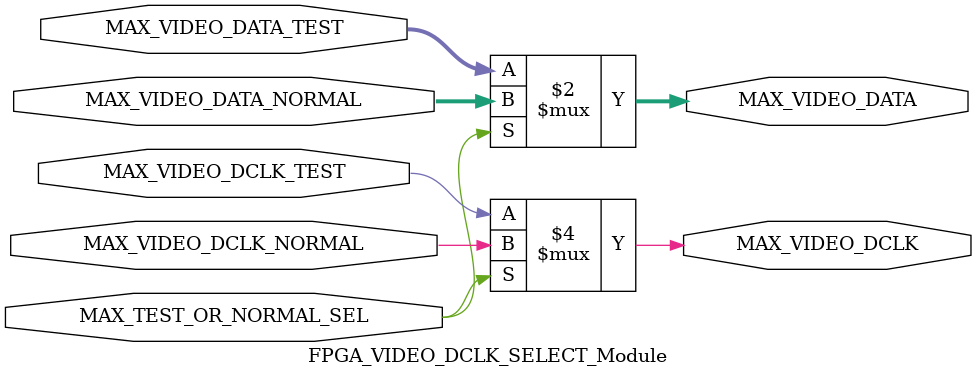
<source format=v>

module FPGA_VIDEO_DCLK_SELECT_Module(

	//system signals
	
	//FPGA_VIDEO_DCLK_SELECT_Module Interface
	input			wire					MAX_TEST_OR_NORMAL_SEL,
	input			wire		[11:0]	MAX_VIDEO_DATA_NORMAL,
	input			wire					MAX_VIDEO_DCLK_NORMAL,

	input			wire		[11:0]	MAX_VIDEO_DATA_TEST,
	input			wire					MAX_VIDEO_DCLK_TEST,
		
	output		wire					MAX_VIDEO_DCLK,
	output		wire		[11:0]	MAX_VIDEO_DATA
);
//============================Define Parameter and Internal Signals===============//

//=================================Main Code======================================//
assign MAX_VIDEO_DATA = (MAX_TEST_OR_NORMAL_SEL == 1'b1) ? MAX_VIDEO_DATA_NORMAL : MAX_VIDEO_DATA_TEST;
assign MAX_VIDEO_DCLK = (MAX_TEST_OR_NORMAL_SEL == 1'b1) ? MAX_VIDEO_DCLK_NORMAL : MAX_VIDEO_DCLK_TEST;
//================================================================================//

endmodule
//================================================================================//
//The end
//================================================================================//



</source>
